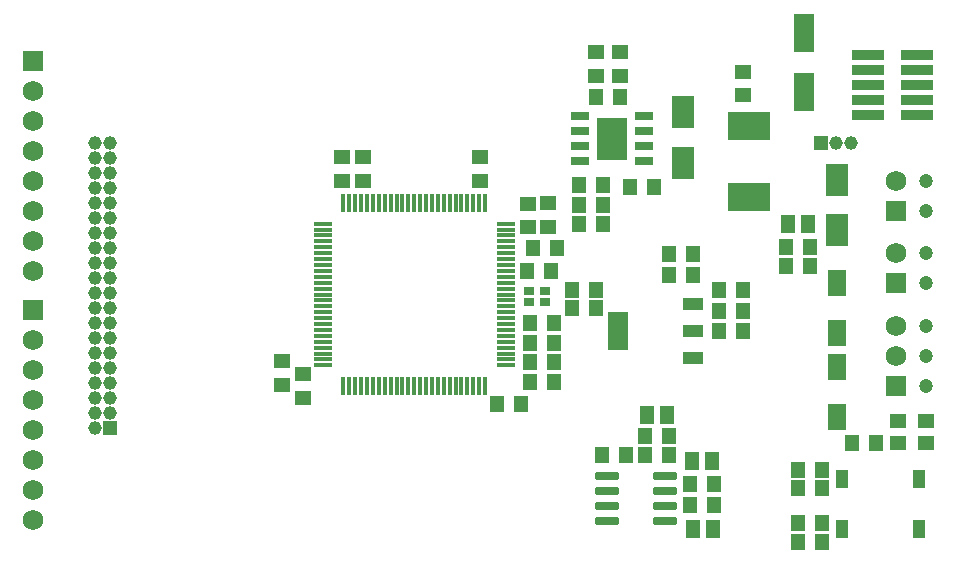
<source format=gts>
G04*
G04 #@! TF.GenerationSoftware,Altium Limited,Altium Designer,23.3.1 (30)*
G04*
G04 Layer_Color=8388736*
%FSLAX24Y24*%
%MOIN*%
G70*
G04*
G04 #@! TF.SameCoordinates,0EE62ADF-7674-4DCD-90CA-8C9100EC0EC2*
G04*
G04*
G04 #@! TF.FilePolarity,Negative*
G04*
G01*
G75*
%ADD38R,0.0539X0.0488*%
%ADD39R,0.0488X0.0539*%
%ADD40R,0.0620X0.0157*%
%ADD41R,0.0157X0.0620*%
%ADD42R,0.0669X0.1299*%
%ADD43R,0.0394X0.0591*%
%ADD44R,0.0728X0.1083*%
%ADD45R,0.0630X0.0874*%
%ADD46R,0.1047X0.1398*%
%ADD47R,0.0640X0.0315*%
%ADD48R,0.0512X0.0618*%
%ADD49R,0.0571X0.0512*%
%ADD50R,0.1083X0.0331*%
G04:AMPARAMS|DCode=51|XSize=81.5mil|YSize=27.6mil|CornerRadius=4.9mil|HoleSize=0mil|Usage=FLASHONLY|Rotation=0.000|XOffset=0mil|YOffset=0mil|HoleType=Round|Shape=RoundedRectangle|*
%AMROUNDEDRECTD51*
21,1,0.0815,0.0177,0,0,0.0*
21,1,0.0717,0.0276,0,0,0.0*
1,1,0.0098,0.0358,-0.0089*
1,1,0.0098,-0.0358,-0.0089*
1,1,0.0098,-0.0358,0.0089*
1,1,0.0098,0.0358,0.0089*
%
%ADD51ROUNDEDRECTD51*%
%ADD52R,0.0689X0.1299*%
%ADD53R,0.0689X0.0413*%
%ADD54R,0.0335X0.0315*%
%ADD55R,0.1417X0.0965*%
%ADD56C,0.0689*%
%ADD57R,0.0689X0.0689*%
%ADD58C,0.0453*%
%ADD59R,0.0453X0.0453*%
%ADD60R,0.0453X0.0453*%
%ADD61C,0.0472*%
D38*
X13650Y14000D02*
D03*
Y13200D02*
D03*
X19800Y12450D02*
D03*
Y11650D02*
D03*
X19150Y12449D02*
D03*
Y11650D02*
D03*
X22200Y16700D02*
D03*
Y17500D02*
D03*
X17550Y14000D02*
D03*
Y13200D02*
D03*
X12950D02*
D03*
Y14000D02*
D03*
X26300Y16849D02*
D03*
Y16050D02*
D03*
X10950Y7200D02*
D03*
Y6400D02*
D03*
X11650Y5950D02*
D03*
Y6750D02*
D03*
X21400Y16700D02*
D03*
Y17500D02*
D03*
D39*
X20100Y10950D02*
D03*
X19300D02*
D03*
X19999Y8450D02*
D03*
X19200D02*
D03*
X23350Y13000D02*
D03*
X22550D02*
D03*
X19200Y7150D02*
D03*
X20000D02*
D03*
X28550Y11000D02*
D03*
X27750D02*
D03*
X23050Y4700D02*
D03*
X23850D02*
D03*
X19200Y6500D02*
D03*
X20000D02*
D03*
X23050Y4050D02*
D03*
X23850D02*
D03*
X19900Y10200D02*
D03*
X19100D02*
D03*
X28550Y10350D02*
D03*
X27750D02*
D03*
X21650Y13050D02*
D03*
X20850D02*
D03*
X21650Y11750D02*
D03*
X20850D02*
D03*
X18100Y5750D02*
D03*
X18900D02*
D03*
X28150Y1800D02*
D03*
X28950D02*
D03*
X28950Y1150D02*
D03*
X28150D02*
D03*
X24550Y3100D02*
D03*
X25350D02*
D03*
X21400Y9550D02*
D03*
X20600D02*
D03*
X28150Y3550D02*
D03*
X28950D02*
D03*
X22200Y16000D02*
D03*
X21400D02*
D03*
X28950Y2950D02*
D03*
X28150D02*
D03*
X29950Y4450D02*
D03*
X30750D02*
D03*
X21400Y8950D02*
D03*
X20600D02*
D03*
X21600Y4050D02*
D03*
X22400D02*
D03*
X19200Y7800D02*
D03*
X20000D02*
D03*
X25500Y9550D02*
D03*
X26300D02*
D03*
X24550Y2400D02*
D03*
X25350D02*
D03*
X26300Y8200D02*
D03*
X25501D02*
D03*
X21650Y12400D02*
D03*
X20850D02*
D03*
X23850Y10050D02*
D03*
X24650D02*
D03*
X23850Y10750D02*
D03*
X24650D02*
D03*
X26300Y8850D02*
D03*
X25500D02*
D03*
D40*
X18400Y7053D02*
D03*
Y7250D02*
D03*
Y7447D02*
D03*
Y7644D02*
D03*
Y7841D02*
D03*
Y8037D02*
D03*
Y8234D02*
D03*
Y8431D02*
D03*
Y8628D02*
D03*
Y8825D02*
D03*
Y9022D02*
D03*
Y9219D02*
D03*
Y9415D02*
D03*
Y9612D02*
D03*
Y9809D02*
D03*
Y10006D02*
D03*
Y10203D02*
D03*
Y10400D02*
D03*
Y10596D02*
D03*
Y10793D02*
D03*
Y10990D02*
D03*
Y11187D02*
D03*
Y11384D02*
D03*
Y11581D02*
D03*
Y11778D02*
D03*
X12307D02*
D03*
Y11581D02*
D03*
Y11384D02*
D03*
Y11187D02*
D03*
Y10990D02*
D03*
Y10793D02*
D03*
Y10596D02*
D03*
Y10400D02*
D03*
Y10203D02*
D03*
Y10006D02*
D03*
Y9809D02*
D03*
Y9612D02*
D03*
Y9415D02*
D03*
Y9219D02*
D03*
Y9022D02*
D03*
Y8825D02*
D03*
Y8628D02*
D03*
Y8431D02*
D03*
Y8234D02*
D03*
Y8037D02*
D03*
Y7841D02*
D03*
Y7644D02*
D03*
Y7447D02*
D03*
Y7250D02*
D03*
Y7053D02*
D03*
D41*
X17716Y12462D02*
D03*
X17519D02*
D03*
X17322D02*
D03*
X17125D02*
D03*
X16928D02*
D03*
X16731D02*
D03*
X16535D02*
D03*
X16338D02*
D03*
X16141D02*
D03*
X15944D02*
D03*
X15747D02*
D03*
X15550D02*
D03*
X15354D02*
D03*
X15157D02*
D03*
X14960D02*
D03*
X14763D02*
D03*
X14566D02*
D03*
X14369D02*
D03*
X14172D02*
D03*
X13976D02*
D03*
X13779D02*
D03*
X13582D02*
D03*
X13385D02*
D03*
X13188D02*
D03*
X12991D02*
D03*
Y6369D02*
D03*
X13188D02*
D03*
X13385D02*
D03*
X13582D02*
D03*
X13779D02*
D03*
X13976D02*
D03*
X14172D02*
D03*
X14369D02*
D03*
X14566D02*
D03*
X14763D02*
D03*
X14960D02*
D03*
X15157D02*
D03*
X15354D02*
D03*
X15550D02*
D03*
X15747D02*
D03*
X15944D02*
D03*
X16141D02*
D03*
X16338D02*
D03*
X16535D02*
D03*
X16731D02*
D03*
X16928D02*
D03*
X17125D02*
D03*
X17322D02*
D03*
X17519D02*
D03*
X17716D02*
D03*
D42*
X28350Y18134D02*
D03*
Y16166D02*
D03*
D43*
X29620Y1600D02*
D03*
X32180D02*
D03*
X29620Y3250D02*
D03*
X32180D02*
D03*
D44*
X29450Y11554D02*
D03*
Y13246D02*
D03*
X24300Y13804D02*
D03*
Y15496D02*
D03*
D45*
X29450Y8117D02*
D03*
Y9783D02*
D03*
Y7000D02*
D03*
Y5335D02*
D03*
D46*
X21950Y14600D02*
D03*
D47*
X23018Y15350D02*
D03*
Y14850D02*
D03*
Y14350D02*
D03*
Y13850D02*
D03*
X20882D02*
D03*
Y14350D02*
D03*
Y14850D02*
D03*
Y15350D02*
D03*
D48*
X23789Y5400D02*
D03*
X23111D02*
D03*
X25289Y3850D02*
D03*
X24611D02*
D03*
X25327Y1600D02*
D03*
X24650D02*
D03*
X27811Y11750D02*
D03*
X28489D02*
D03*
D49*
X31487Y4450D02*
D03*
X32413D02*
D03*
Y5200D02*
D03*
X31487D02*
D03*
D50*
X30483Y17400D02*
D03*
X32117D02*
D03*
X30483Y16900D02*
D03*
X32117D02*
D03*
X30483Y16400D02*
D03*
X32117D02*
D03*
X30483Y15900D02*
D03*
X32117D02*
D03*
Y15400D02*
D03*
X30483D02*
D03*
D51*
X23722Y3350D02*
D03*
Y2850D02*
D03*
Y2350D02*
D03*
Y1850D02*
D03*
X21778D02*
D03*
Y2350D02*
D03*
Y2850D02*
D03*
Y3350D02*
D03*
D52*
X22140Y8200D02*
D03*
D53*
X24660Y9106D02*
D03*
Y8200D02*
D03*
Y7294D02*
D03*
D54*
X19184Y9547D02*
D03*
X19716D02*
D03*
Y9153D02*
D03*
X19184D02*
D03*
D55*
X26500Y15041D02*
D03*
Y12659D02*
D03*
D56*
X2650Y1900D02*
D03*
Y2900D02*
D03*
Y3900D02*
D03*
Y4900D02*
D03*
Y5900D02*
D03*
Y6900D02*
D03*
Y7900D02*
D03*
Y16200D02*
D03*
Y15200D02*
D03*
Y14200D02*
D03*
Y13200D02*
D03*
Y12200D02*
D03*
Y11200D02*
D03*
Y10200D02*
D03*
X31400Y13200D02*
D03*
Y10800D02*
D03*
Y8350D02*
D03*
Y7350D02*
D03*
D57*
X2650Y8900D02*
D03*
Y17200D02*
D03*
X31400Y12200D02*
D03*
Y9800D02*
D03*
Y6350D02*
D03*
D58*
X4700Y14450D02*
D03*
X5200D02*
D03*
X4700Y13950D02*
D03*
X5200D02*
D03*
X4700Y13450D02*
D03*
X5200D02*
D03*
X4700Y12950D02*
D03*
X5200D02*
D03*
X4700Y12450D02*
D03*
X5200D02*
D03*
X4700Y11950D02*
D03*
X5200D02*
D03*
X4700Y11450D02*
D03*
X5200D02*
D03*
X4700Y10950D02*
D03*
X5200D02*
D03*
X4700Y10450D02*
D03*
X5200D02*
D03*
X4700Y9950D02*
D03*
X5200D02*
D03*
X4700Y9450D02*
D03*
X5200D02*
D03*
X4700Y8950D02*
D03*
X5200D02*
D03*
X4700Y8450D02*
D03*
X5200D02*
D03*
X4700Y7950D02*
D03*
X5200D02*
D03*
X4700Y7450D02*
D03*
X5200D02*
D03*
X4700Y6950D02*
D03*
X5200D02*
D03*
X4700Y6450D02*
D03*
X5200D02*
D03*
X4700Y5950D02*
D03*
X5200D02*
D03*
X4700Y5450D02*
D03*
X5200D02*
D03*
X4700Y4950D02*
D03*
X29900Y14450D02*
D03*
X29400D02*
D03*
D59*
X5200Y4950D02*
D03*
D60*
X28900Y14450D02*
D03*
D61*
X32400Y13200D02*
D03*
Y12200D02*
D03*
Y10800D02*
D03*
Y9800D02*
D03*
Y8350D02*
D03*
Y7350D02*
D03*
Y6350D02*
D03*
M02*

</source>
